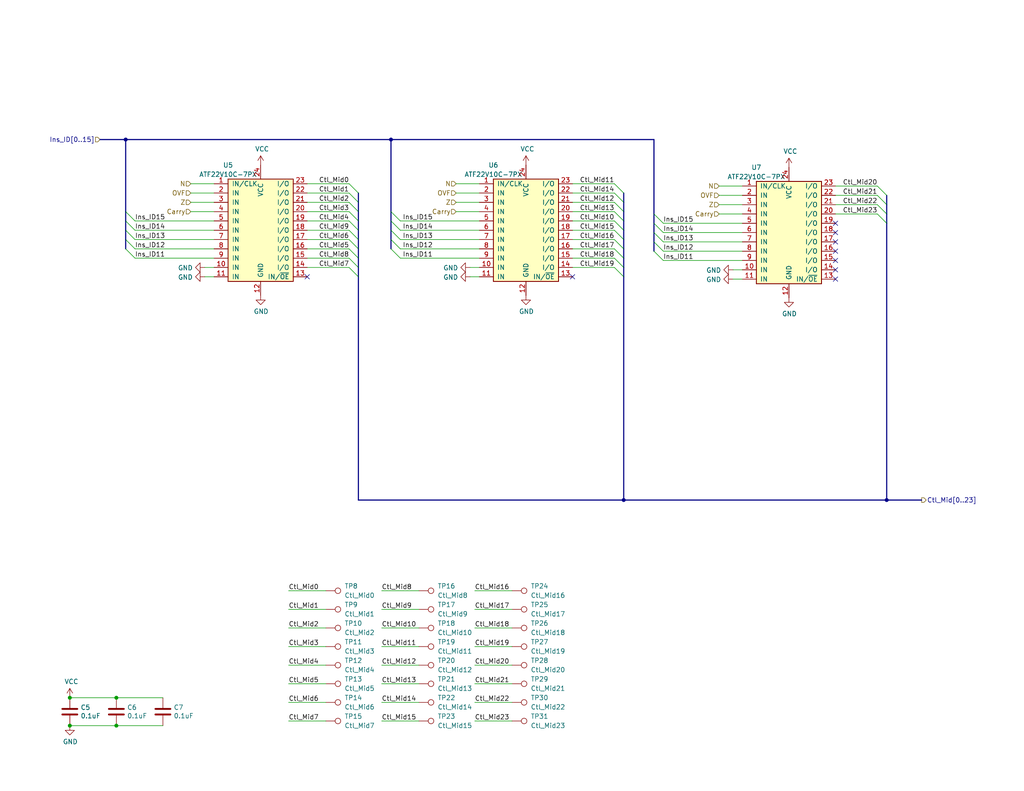
<source format=kicad_sch>
(kicad_sch (version 20250114) (generator "eeschema") (generator_version "9.0")
  (paper "USLetter")
  (title_block (title "Instruction Decoder") (date "2023-11-14") (rev "E") (comment 4 "Decodes an instruction opcode into an array of control signals."))
  (lib_symbols
    (symbol "Connector:TestPoint" (pin_numbers (hide yes)) (pin_names (offset 0.762) (hide yes))
      (property "Reference" "TP" (at 0 6.858 0))
      (property "Value" "TestPoint" (at 0 5.08 0))
      (symbol "TestPoint_0_1"
        (circle (center 0 3.302) (radius 0.762))
      )
      (symbol "TestPoint_1_1"
        (pin passive line (at 0 0 90) (length 2.54) (name "1") (number "1"))
      )
    )
    (symbol "ControlModule-rescue:ATF22V10C-Logic_Programmable" (pin_names (offset 1.016))
      (property "Reference" "U" (at -7.62 17.78 0))
      (property "Value" "ATF22V10C-Logic_Programmable" (at -7.62 15.24 0))
      (symbol "ATF22V10C-Logic_Programmable_1_1"
        (rectangle (start -8.89 -15.24) (end 8.89 12.7) (stroke (width 0.254)) (fill (type background)))
        (pin input line (at -12.7 11.43 0) (length 3.81) (name "IN/CLK") (number "1"))
        (pin input line (at -12.7 8.89 0) (length 3.81) (name "IN") (number "2"))
        (pin input line (at -12.7 6.35 0) (length 3.81) (name "IN") (number "3"))
        (pin input line (at -12.7 3.81 0) (length 3.81) (name "IN") (number "4"))
        (pin input line (at -12.7 1.27 0) (length 3.81) (name "IN") (number "5"))
        (pin input line (at -12.7 -1.27 0) (length 3.81) (name "IN") (number "6"))
        (pin input line (at -12.7 -3.81 0) (length 3.81) (name "IN") (number "7"))
        (pin input line (at -12.7 -6.35 0) (length 3.81) (name "IN") (number "8"))
        (pin input line (at -12.7 -8.89 0) (length 3.81) (name "IN") (number "9"))
        (pin input line (at -12.7 -11.43 0) (length 3.81) (name "IN") (number "10"))
        (pin input line (at -12.7 -13.97 0) (length 3.81) (name "IN") (number "11"))
        (pin power_in line (at 0 16.51 270) (length 3.81) (name "VCC") (number "24"))
        (pin power_in line (at 0 -19.05 90) (length 3.81) (name "GND") (number "12"))
        (pin passive line (at 12.7 11.43 180) (length 3.81) (name "I/O") (number "23"))
        (pin passive line (at 12.7 8.89 180) (length 3.81) (name "I/O") (number "22"))
        (pin passive line (at 12.7 6.35 180) (length 3.81) (name "I/O") (number "21"))
        (pin passive line (at 12.7 3.81 180) (length 3.81) (name "I/O") (number "20"))
        (pin passive line (at 12.7 1.27 180) (length 3.81) (name "I/O") (number "19"))
        (pin passive line (at 12.7 -1.27 180) (length 3.81) (name "I/O") (number "18"))
        (pin passive line (at 12.7 -3.81 180) (length 3.81) (name "I/O") (number "17"))
        (pin passive line (at 12.7 -6.35 180) (length 3.81) (name "I/O") (number "16"))
        (pin passive line (at 12.7 -8.89 180) (length 3.81) (name "I/O") (number "15"))
        (pin passive line (at 12.7 -11.43 180) (length 3.81) (name "I/O") (number "14"))
        (pin input line (at 12.7 -13.97 180) (length 3.81) (name "IN/~{OE}") (number "13"))
      )
    )
    (symbol "Device:C" (pin_numbers (hide yes)) (pin_names (offset 0.254))
      (property "Reference" "C" (at 0.635 2.54 0))
      (property "Value" "C" (at 0.635 -2.54 0))
      (symbol "C_0_1"
        (polyline (pts (xy -2.032 0.762) (xy 2.032 0.762)) (stroke (width 0.508)))
        (polyline (pts (xy -2.032 -0.762) (xy 2.032 -0.762)) (stroke (width 0.508)))
      )
      (symbol "C_1_1"
        (pin passive line (at 0 3.81 270) (length 2.794) (name "~") (number "1"))
        (pin passive line (at 0 -3.81 90) (length 2.794) (name "~") (number "2"))
      )
    )
    (symbol "power:GND" (power) (pin_names (offset 0))
      (property "Value" "GND" (at 0 -3.81 0))
      (symbol "GND_0_1"
        (polyline (pts (xy 0 0) (xy 0 -1.27) (xy 1.27 -1.27) (xy 0 -2.54) (xy -1.27 -1.27) (xy 0 -1.27)))
      )
      (symbol "GND_1_1"
        (pin power_in line (at 0 0 270) (length 0) (hide yes) (name "GND") (number "1"))
      )
    )
    (symbol "power:VCC" (power) (pin_names (offset 0))
      (property "Value" "VCC" (at 0 3.81 0))
      (symbol "VCC_0_1"
        (polyline (pts (xy -0.762 1.27) (xy 0 2.54)))
        (polyline (pts (xy 0 2.54) (xy 0.762 1.27)))
        (polyline (pts (xy 0 0) (xy 0 2.54)))
      )
      (symbol "VCC_1_1"
        (pin power_in line (at 0 0 90) (length 0) (hide yes) (name "VCC") (number "1"))
      )
    )
  )
  (junction (at 19.05 198.12))
  (junction (at 31.75 190.5))
  (junction (at 241.935 136.525))
  (junction (at 34.29 38.1))
  (junction (at 31.75 198.12))
  (junction (at 170.18 136.525))
  (junction (at 106.68 38.1))
  (junction (at 19.05 190.5))
  (no_connect (at 227.965 60.96))
  (no_connect (at 83.82 75.565))
  (no_connect (at 156.21 75.565))
  (no_connect (at 227.965 76.2))
  (no_connect (at 227.965 63.5))
  (no_connect (at 227.965 66.04))
  (no_connect (at 227.965 68.58))
  (no_connect (at 227.965 71.12))
  (no_connect (at 227.965 73.66))
  (bus_entry (at 180.975 60.96) (size -2.54 -2.54))
  (bus_entry (at 109.22 67.945) (size -2.54 -2.54))
  (bus_entry (at 97.79 67.945) (size -2.54 -2.54))
  (bus_entry (at 95.25 70.485) (size 2.54 2.54))
  (bus_entry (at 97.79 62.865) (size -2.54 -2.54))
  (bus_entry (at 109.22 70.485) (size -2.54 -2.54))
  (bus_entry (at 180.975 63.5) (size -2.54 -2.54))
  (bus_entry (at 95.25 67.945) (size 2.54 2.54))
  (bus_entry (at 180.975 66.04) (size -2.54 -2.54))
  (bus_entry (at 241.935 58.42) (size -2.54 -2.54))
  (bus_entry (at 97.79 65.405) (size -2.54 -2.54))
  (bus_entry (at 241.935 53.34) (size -2.54 -2.54))
  (bus_entry (at 241.935 60.96) (size -2.54 -2.54))
  (bus_entry (at 241.935 55.88) (size -2.54 -2.54))
  (bus_entry (at 97.79 60.325) (size -2.54 -2.54))
  (bus_entry (at 180.975 68.58) (size -2.54 -2.54))
  (bus_entry (at 95.25 73.025) (size 2.54 2.54))
  (bus_entry (at 36.83 65.405) (size -2.54 -2.54))
  (bus_entry (at 97.79 52.705) (size -2.54 -2.54))
  (bus_entry (at 36.83 62.865) (size -2.54 -2.54))
  (bus_entry (at 167.64 67.945) (size 2.54 2.54))
  (bus_entry (at 109.22 65.405) (size -2.54 -2.54))
  (bus_entry (at 36.83 60.325) (size -2.54 -2.54))
  (bus_entry (at 170.18 60.325) (size -2.54 -2.54))
  (bus_entry (at 167.64 70.485) (size 2.54 2.54))
  (bus_entry (at 180.975 71.12) (size -2.54 -2.54))
  (bus_entry (at 97.79 55.245) (size -2.54 -2.54))
  (bus_entry (at 109.22 62.865) (size -2.54 -2.54))
  (bus_entry (at 170.18 62.865) (size -2.54 -2.54))
  (bus_entry (at 170.18 67.945) (size -2.54 -2.54))
  (bus_entry (at 36.83 67.945) (size -2.54 -2.54))
  (bus_entry (at 170.18 57.785) (size -2.54 -2.54))
  (bus_entry (at 109.22 60.325) (size -2.54 -2.54))
  (bus_entry (at 167.64 73.025) (size 2.54 2.54))
  (bus_entry (at 170.18 65.405) (size -2.54 -2.54))
  (bus_entry (at 170.18 52.705) (size -2.54 -2.54))
  (bus_entry (at 36.83 70.485) (size -2.54 -2.54))
  (bus_entry (at 97.79 57.785) (size -2.54 -2.54))
  (bus_entry (at 170.18 55.245) (size -2.54 -2.54))
  (wire (pts (xy 83.82 57.785) (xy 95.25 57.785)))
  (wire (pts (xy 124.46 50.165) (xy 130.81 50.165)))
  (wire (pts (xy 78.74 176.53) (xy 88.9 176.53)))
  (bus (pts (xy 170.18 55.245) (xy 170.18 57.785)))
  (wire (pts (xy 104.14 161.29) (xy 114.3 161.29)))
  (wire (pts (xy 44.45 198.12) (xy 31.75 198.12)))
  (bus (pts (xy 34.29 38.1) (xy 34.29 57.785)))
  (wire (pts (xy 156.21 65.405) (xy 167.64 65.405)))
  (bus (pts (xy 106.68 60.325) (xy 106.68 62.865)))
  (wire (pts (xy 129.54 171.45) (xy 139.7 171.45)))
  (bus (pts (xy 241.935 53.34) (xy 241.935 55.88)))
  (wire (pts (xy 202.565 60.96) (xy 180.975 60.96)))
  (wire (pts (xy 156.21 62.865) (xy 167.64 62.865)))
  (wire (pts (xy 58.42 60.325) (xy 36.83 60.325)))
  (bus (pts (xy 106.68 38.1) (xy 106.68 57.785)))
  (bus (pts (xy 170.18 136.525) (xy 241.935 136.525)))
  (bus (pts (xy 97.79 60.325) (xy 97.79 62.865)))
  (bus (pts (xy 34.29 57.785) (xy 34.29 60.325)))
  (wire (pts (xy 31.75 190.5) (xy 44.45 190.5)))
  (bus (pts (xy 170.18 57.785) (xy 170.18 60.325)))
  (wire (pts (xy 36.83 67.945) (xy 58.42 67.945)))
  (bus (pts (xy 241.935 60.96) (xy 241.935 136.525)))
  (wire (pts (xy 156.21 55.245) (xy 167.64 55.245)))
  (wire (pts (xy 83.82 50.165) (xy 95.25 50.165)))
  (wire (pts (xy 109.22 67.945) (xy 130.81 67.945)))
  (wire (pts (xy 52.07 50.165) (xy 58.42 50.165)))
  (wire (pts (xy 124.46 55.245) (xy 130.81 55.245)))
  (wire (pts (xy 180.975 68.58) (xy 202.565 68.58)))
  (wire (pts (xy 78.74 171.45) (xy 88.9 171.45)))
  (wire (pts (xy 52.07 55.245) (xy 58.42 55.245)))
  (wire (pts (xy 78.74 196.85) (xy 88.9 196.85)))
  (bus (pts (xy 97.79 70.485) (xy 97.79 67.945)))
  (wire (pts (xy 196.215 55.88) (xy 202.565 55.88)))
  (bus (pts (xy 178.435 38.1) (xy 178.435 58.42)))
  (bus (pts (xy 178.435 60.96) (xy 178.435 63.5)))
  (bus (pts (xy 97.79 73.025) (xy 97.79 75.565)))
  (wire (pts (xy 129.54 161.29) (xy 139.7 161.29)))
  (wire (pts (xy 227.965 53.34) (xy 239.395 53.34)))
  (wire (pts (xy 83.82 73.025) (xy 95.25 73.025)))
  (wire (pts (xy 83.82 62.865) (xy 95.25 62.865)))
  (wire (pts (xy 196.215 50.8) (xy 202.565 50.8)))
  (wire (pts (xy 156.21 73.025) (xy 167.64 73.025)))
  (wire (pts (xy 104.14 181.61) (xy 114.3 181.61)))
  (wire (pts (xy 200.025 73.66) (xy 202.565 73.66)))
  (wire (pts (xy 180.975 71.12) (xy 202.565 71.12)))
  (bus (pts (xy 34.29 60.325) (xy 34.29 62.865)))
  (wire (pts (xy 78.74 191.77) (xy 88.9 191.77)))
  (wire (pts (xy 124.46 52.705) (xy 130.81 52.705)))
  (bus (pts (xy 170.18 70.485) (xy 170.18 73.025)))
  (bus (pts (xy 170.18 62.865) (xy 170.18 65.405)))
  (wire (pts (xy 104.14 191.77) (xy 114.3 191.77)))
  (wire (pts (xy 200.025 76.2) (xy 202.565 76.2)))
  (wire (pts (xy 129.54 181.61) (xy 139.7 181.61)))
  (wire (pts (xy 202.565 63.5) (xy 180.975 63.5)))
  (wire (pts (xy 83.82 65.405) (xy 95.25 65.405)))
  (wire (pts (xy 83.82 67.945) (xy 95.25 67.945)))
  (wire (pts (xy 180.975 66.04) (xy 202.565 66.04)))
  (wire (pts (xy 156.21 67.945) (xy 167.64 67.945)))
  (wire (pts (xy 124.46 57.785) (xy 130.81 57.785)))
  (wire (pts (xy 104.14 186.69) (xy 114.3 186.69)))
  (wire (pts (xy 109.22 70.485) (xy 130.81 70.485)))
  (bus (pts (xy 34.29 62.865) (xy 34.29 65.405)))
  (bus (pts (xy 170.18 70.485) (xy 170.18 67.945)))
  (wire (pts (xy 52.07 57.785) (xy 58.42 57.785)))
  (wire (pts (xy 196.215 53.34) (xy 202.565 53.34)))
  (bus (pts (xy 106.68 62.865) (xy 106.68 65.405)))
  (wire (pts (xy 156.21 52.705) (xy 167.64 52.705)))
  (wire (pts (xy 129.54 196.85) (xy 139.7 196.85)))
  (wire (pts (xy 31.75 198.12) (xy 19.05 198.12)))
  (bus (pts (xy 178.435 66.04) (xy 178.435 68.58)))
  (wire (pts (xy 227.965 58.42) (xy 239.395 58.42)))
  (bus (pts (xy 97.79 52.705) (xy 97.79 55.245)))
  (bus (pts (xy 106.68 65.405) (xy 106.68 67.945)))
  (bus (pts (xy 170.18 73.025) (xy 170.18 75.565)))
  (wire (pts (xy 78.74 161.29) (xy 88.9 161.29)))
  (wire (pts (xy 109.22 65.405) (xy 130.81 65.405)))
  (wire (pts (xy 36.83 70.485) (xy 58.42 70.485)))
  (wire (pts (xy 83.82 60.325) (xy 95.25 60.325)))
  (bus (pts (xy 27.305 38.1) (xy 34.29 38.1)))
  (bus (pts (xy 97.79 57.785) (xy 97.79 60.325)))
  (wire (pts (xy 104.14 176.53) (xy 114.3 176.53)))
  (wire (pts (xy 129.54 176.53) (xy 139.7 176.53)))
  (wire (pts (xy 129.54 191.77) (xy 139.7 191.77)))
  (bus (pts (xy 170.18 75.565) (xy 170.18 136.525)))
  (bus (pts (xy 97.79 75.565) (xy 97.79 136.525)))
  (bus (pts (xy 241.935 58.42) (xy 241.935 60.96)))
  (bus (pts (xy 34.29 65.405) (xy 34.29 67.945)))
  (wire (pts (xy 55.88 73.025) (xy 58.42 73.025)))
  (wire (pts (xy 196.215 58.42) (xy 202.565 58.42)))
  (bus (pts (xy 97.79 70.485) (xy 97.79 73.025)))
  (wire (pts (xy 78.74 186.69) (xy 88.9 186.69)))
  (wire (pts (xy 156.21 60.325) (xy 167.64 60.325)))
  (bus (pts (xy 241.935 55.88) (xy 241.935 58.42)))
  (wire (pts (xy 78.74 181.61) (xy 88.9 181.61)))
  (bus (pts (xy 170.18 52.705) (xy 170.18 55.245)))
  (wire (pts (xy 128.27 73.025) (xy 130.81 73.025)))
  (wire (pts (xy 83.82 52.705) (xy 95.25 52.705)))
  (bus (pts (xy 97.79 65.405) (xy 97.79 67.945)))
  (bus (pts (xy 106.68 57.785) (xy 106.68 60.325)))
  (wire (pts (xy 104.14 166.37) (xy 114.3 166.37)))
  (wire (pts (xy 19.05 190.5) (xy 31.75 190.5)))
  (wire (pts (xy 156.21 57.785) (xy 167.64 57.785)))
  (bus (pts (xy 178.435 63.5) (xy 178.435 66.04)))
  (bus (pts (xy 170.18 136.525) (xy 97.79 136.525)))
  (bus (pts (xy 34.29 38.1) (xy 106.68 38.1)))
  (wire (pts (xy 129.54 166.37) (xy 139.7 166.37)))
  (wire (pts (xy 36.83 65.405) (xy 58.42 65.405)))
  (bus (pts (xy 170.18 65.405) (xy 170.18 67.945)))
  (bus (pts (xy 106.68 38.1) (xy 178.435 38.1)))
  (bus (pts (xy 170.18 60.325) (xy 170.18 62.865)))
  (wire (pts (xy 55.88 75.565) (xy 58.42 75.565)))
  (wire (pts (xy 83.82 70.485) (xy 95.25 70.485)))
  (wire (pts (xy 104.14 171.45) (xy 114.3 171.45)))
  (bus (pts (xy 97.79 62.865) (xy 97.79 65.405)))
  (bus (pts (xy 97.79 55.245) (xy 97.79 57.785)))
  (wire (pts (xy 104.14 196.85) (xy 114.3 196.85)))
  (wire (pts (xy 78.74 166.37) (xy 88.9 166.37)))
  (wire (pts (xy 227.965 50.8) (xy 239.395 50.8)))
  (wire (pts (xy 128.27 75.565) (xy 130.81 75.565)))
  (wire (pts (xy 130.81 60.325) (xy 109.22 60.325)))
  (wire (pts (xy 156.21 70.485) (xy 167.64 70.485)))
  (wire (pts (xy 83.82 55.245) (xy 95.25 55.245)))
  (wire (pts (xy 129.54 186.69) (xy 139.7 186.69)))
  (bus (pts (xy 241.935 136.525) (xy 251.46 136.525)))
  (wire (pts (xy 58.42 62.865) (xy 36.83 62.865)))
  (wire (pts (xy 227.965 55.88) (xy 239.395 55.88)))
  (bus (pts (xy 178.435 58.42) (xy 178.435 60.96)))
  (wire (pts (xy 52.07 52.705) (xy 58.42 52.705)))
  (wire (pts (xy 156.21 50.165) (xy 167.64 50.165)))
  (wire (pts (xy 130.81 62.865) (xy 109.22 62.865)))
  (label "Ctl_Mid13" (at 104.14 186.69 0))
  (label "Ctl_Mid9" (at 104.14 166.37 0))
  (label "Ctl_Mid0" (at 95.25 50.165 180))
  (label "Ctl_Mid14" (at 167.64 52.705 180))
  (label "Ctl_Mid4" (at 95.25 60.325 180))
  (label "Ctl_Mid17" (at 129.54 166.37 0))
  (label "Ins_ID12" (at 180.975 68.58 0))
  (label "Ctl_Mid22" (at 129.54 191.77 0))
  (label "Ins_ID13" (at 36.83 65.405 0))
  (label "Ins_ID15" (at 36.83 60.325 0))
  (label "Ins_ID13" (at 109.855 65.405 0))
  (label "Ctl_Mid2" (at 78.74 171.45 0))
  (label "Ctl_Mid23" (at 129.54 196.85 0))
  (label "Ctl_Mid10" (at 167.64 60.325 180))
  (label "Ctl_Mid19" (at 129.54 176.53 0))
  (label "Ctl_Mid18" (at 167.64 70.485 180))
  (label "Ctl_Mid2" (at 95.25 55.245 180))
  (label "Ctl_Mid11" (at 104.14 176.53 0))
  (label "Ctl_Mid4" (at 78.74 181.61 0))
  (label "Ctl_Mid14" (at 104.14 191.77 0))
  (label "Ctl_Mid13" (at 167.64 57.785 180))
  (label "Ins_ID11" (at 180.975 71.12 0))
  (label "Ctl_Mid22" (at 239.395 55.88 180))
  (label "Ins_ID14" (at 36.83 62.865 0))
  (label "Ins_ID13" (at 180.975 66.04 0))
  (label "Ctl_Mid10" (at 104.14 171.45 0))
  (label "Ins_ID15" (at 109.855 60.325 0))
  (label "Ctl_Mid9" (at 95.25 62.865 180))
  (label "Ctl_Mid3" (at 95.25 57.785 180))
  (label "Ctl_Mid23" (at 239.395 58.42 180))
  (label "Ins_ID11" (at 36.83 70.485 0))
  (label "Ins_ID12" (at 109.855 67.945 0))
  (label "Ctl_Mid20" (at 129.54 181.61 0))
  (label "Ctl_Mid3" (at 78.74 176.53 0))
  (label "Ctl_Mid5" (at 95.25 67.945 180))
  (label "Ctl_Mid12" (at 167.64 55.245 180))
  (label "Ctl_Mid16" (at 129.54 161.29 0))
  (label "Ctl_Mid7" (at 78.74 196.85 0))
  (label "Ctl_Mid17" (at 167.64 67.945 180))
  (label "Ctl_Mid20" (at 239.395 50.8 180))
  (label "Ins_ID12" (at 36.83 67.945 0))
  (label "Ins_ID14" (at 180.975 63.5 0))
  (label "Ctl_Mid8" (at 104.14 161.29 0))
  (label "Ctl_Mid15" (at 104.14 196.85 0))
  (label "Ctl_Mid18" (at 129.54 171.45 0))
  (label "Ctl_Mid0" (at 78.74 161.29 0))
  (label "Ctl_Mid7" (at 95.25 73.025 180))
  (label "Ctl_Mid12" (at 104.14 181.61 0))
  (label "Ctl_Mid8" (at 95.25 70.485 180))
  (label "Ctl_Mid1" (at 95.25 52.705 180))
  (label "Ctl_Mid16" (at 167.64 65.405 180))
  (label "Ins_ID14" (at 109.855 62.865 0))
  (label "Ctl_Mid11" (at 167.64 50.165 180))
  (label "Ctl_Mid1" (at 78.74 166.37 0))
  (label "Ctl_Mid6" (at 78.74 191.77 0))
  (label "Ins_ID11" (at 109.855 70.485 0))
  (label "Ctl_Mid15" (at 167.64 62.865 180))
  (label "Ins_ID15" (at 180.975 60.96 0))
  (label "Ctl_Mid21" (at 129.54 186.69 0))
  (label "Ctl_Mid6" (at 95.25 65.405 180))
  (label "Ctl_Mid21" (at 239.395 53.34 180))
  (label "Ctl_Mid5" (at 78.74 186.69 0))
  (label "Ctl_Mid19" (at 167.64 73.025 180))
  (hierarchical_label "Z" (shape input) (at 124.46 55.245 180))
  (hierarchical_label "OVF" (shape input) (at 124.46 52.705 180))
  (hierarchical_label "N" (shape input) (at 196.215 50.8 180))
  (hierarchical_label "Ins_ID[0..15]" (shape input) (at 27.305 38.1 180))
  (hierarchical_label "Ctl_Mid[0..23]" (shape output) (at 251.46 136.525 0))
  (hierarchical_label "Carry" (shape input) (at 124.46 57.785 180))
  (hierarchical_label "N" (shape input) (at 52.07 50.165 180))
  (hierarchical_label "N" (shape input) (at 124.46 50.165 180))
  (hierarchical_label "Carry" (shape input) (at 196.215 58.42 180))
  (hierarchical_label "Carry" (shape input) (at 52.07 57.785 180))
  (hierarchical_label "OVF" (shape input) (at 52.07 52.705 180))
  (hierarchical_label "Z" (shape input) (at 52.07 55.245 180))
  (hierarchical_label "OVF" (shape input) (at 196.215 53.34 180))
  (hierarchical_label "Z" (shape input) (at 196.215 55.88 180))
  (symbol (lib_id "power:GND") (at 55.88 75.565 270) (unit 1)
    (property "Reference" "#PWR023" (effects (hide yes)))
    (property "Value" "GND" (at 52.6288 75.692 90) (effects (justify right)))
  )
  (symbol (lib_id "power:GND") (at 55.88 73.025 270) (unit 1)
    (property "Reference" "#PWR022" (effects (hide yes)))
    (property "Value" "GND" (at 52.6288 73.152 90) (effects (justify right)))
  )
  (symbol (lib_id "Device:C") (at 19.05 194.31 0) (unit 1)
    (property "Reference" "C5" (at 21.971 193.1416 0) (effects (justify left)))
    (property "Value" "0.1uF" (at 21.971 195.453 0) (effects (justify left)))
    (property "Footprint" "Capacitor_SMD:C_0603_1608Metric_Pad1.08x0.95mm_HandSolder" (effects (hide yes)))
    (property "Mouser" "https://www.mouser.com/ProductDetail/963-EMK107B7104KAHT" (effects (hide yes)))
  )
  (symbol (lib_id "Device:C") (at 31.75 194.31 0) (unit 1)
    (property "Reference" "C6" (at 34.671 193.1416 0) (effects (justify left)))
    (property "Value" "0.1uF" (at 34.671 195.453 0) (effects (justify left)))
    (property "Footprint" "Capacitor_SMD:C_0603_1608Metric_Pad1.08x0.95mm_HandSolder" (effects (hide yes)))
    (property "Mouser" "https://www.mouser.com/ProductDetail/963-EMK107B7104KAHT" (effects (hide yes)))
  )
  (symbol (lib_id "power:GND") (at 19.05 198.12 0) (unit 1)
    (property "Reference" "#PWR021" (effects (hide yes)))
    (property "Value" "GND" (at 19.177 202.5142 0))
  )
  (symbol (lib_id "power:VCC") (at 19.05 190.5 0) (unit 1)
    (property "Reference" "#PWR020" (effects (hide yes)))
    (property "Value" "VCC" (at 19.4818 186.1058 0))
  )
  (symbol (lib_id "power:VCC") (at 71.12 45.085 0) (unit 1)
    (property "Reference" "#PWR024" (effects (hide yes)))
    (property "Value" "VCC" (at 71.501 40.6908 0))
  )
  (symbol (lib_id "power:GND") (at 71.12 80.645 0) (unit 1)
    (property "Reference" "#PWR025" (effects (hide yes)))
    (property "Value" "GND" (at 71.247 85.0392 0))
  )
  (symbol (lib_id "Device:C") (at 44.45 194.31 0) (unit 1)
    (property "Reference" "C7" (at 47.371 193.1416 0) (effects (justify left)))
    (property "Value" "0.1uF" (at 47.371 195.453 0) (effects (justify left)))
    (property "Footprint" "Capacitor_SMD:C_0603_1608Metric_Pad1.08x0.95mm_HandSolder" (effects (hide yes)))
    (property "Mouser" "https://www.mouser.com/ProductDetail/963-EMK107B7104KAHT" (effects (hide yes)))
  )
  (symbol (lib_id "power:VCC") (at 143.51 45.085 0) (unit 1)
    (property "Reference" "#PWR028" (effects (hide yes)))
    (property "Value" "VCC" (at 143.891 40.6908 0))
  )
  (symbol (lib_id "power:GND") (at 143.51 80.645 0) (unit 1)
    (property "Reference" "#PWR029" (effects (hide yes)))
    (property "Value" "GND" (at 143.637 85.0392 0))
  )
  (symbol (lib_id "power:VCC") (at 215.265 45.72 0) (unit 1)
    (property "Reference" "#PWR032" (effects (hide yes)))
    (property "Value" "VCC" (at 215.646 41.3258 0))
  )
  (symbol (lib_id "power:GND") (at 215.265 81.28 0) (unit 1)
    (property "Reference" "#PWR033" (effects (hide yes)))
    (property "Value" "GND" (at 215.392 85.6742 0))
  )
  (symbol (lib_id "Connector:TestPoint") (at 88.9 171.45 270) (unit 1)
    (property "Reference" "TP10" (at 93.98 170.1799 90) (effects (justify left)))
    (property "Value" "Ctl_Mid2" (at 93.98 172.7199 90) (effects (justify left)))
    (property "Footprint" "TestPoint:TestPoint_Pad_D1.0mm" (effects (hide yes)))
  )
  (symbol (lib_id "ControlModule-rescue:ATF22V10C-Logic_Programmable") (at 215.265 62.23 0) (unit 1)
    (property "Reference" "U7" (at 206.375 45.72 0))
    (property "Value" "ATF22V10C-7PX" (at 206.375 48.26 0))
    (property "Footprint" "Package_DIP:DIP-24_W7.62mm_Socket" (effects (hide yes)))
    (property "Datasheet" "https://www.mouser.com/datasheet/2/268/doc0735-1369018.pdf" (effects (hide yes)))
    (property "Mouser" "https://www.mouser.com/ProductDetail/Microchip-Technology-Atmel/ATF22V10C-7PX?qs=%2Fha2pyFadugqFuTUlWvkuaZr7DXQ8Rnu3dOZcKuoHGuPC51te6MYUw%3D%3D" (effects (hide yes)))
  )
  (symbol (lib_id "Connector:TestPoint") (at 139.7 181.61 270) (unit 1)
    (property "Reference" "TP28" (at 144.78 180.3399 90) (effects (justify left)))
    (property "Value" "Ctl_Mid20" (at 144.78 182.8799 90) (effects (justify left)))
    (property "Footprint" "TestPoint:TestPoint_Pad_D1.0mm" (effects (hide yes)))
  )
  (symbol (lib_id "Connector:TestPoint") (at 88.9 161.29 270) (unit 1)
    (property "Reference" "TP8" (at 93.98 160.0199 90) (effects (justify left)))
    (property "Value" "Ctl_Mid0" (at 93.98 162.5599 90) (effects (justify left)))
    (property "Footprint" "TestPoint:TestPoint_Pad_D1.0mm" (effects (hide yes)))
  )
  (symbol (lib_id "power:GND") (at 200.025 73.66 270) (unit 1)
    (property "Reference" "#PWR030" (effects (hide yes)))
    (property "Value" "GND" (at 196.7738 73.787 90) (effects (justify right)))
  )
  (symbol (lib_id "Connector:TestPoint") (at 88.9 181.61 270) (unit 1)
    (property "Reference" "TP12" (at 93.98 180.3399 90) (effects (justify left)))
    (property "Value" "Ctl_Mid4" (at 93.98 182.8799 90) (effects (justify left)))
    (property "Footprint" "TestPoint:TestPoint_Pad_D1.0mm" (effects (hide yes)))
  )
  (symbol (lib_id "Connector:TestPoint") (at 139.7 186.69 270) (unit 1)
    (property "Reference" "TP29" (at 144.78 185.4199 90) (effects (justify left)))
    (property "Value" "Ctl_Mid21" (at 144.78 187.9599 90) (effects (justify left)))
    (property "Footprint" "TestPoint:TestPoint_Pad_D1.0mm" (effects (hide yes)))
  )
  (symbol (lib_id "Connector:TestPoint") (at 139.7 161.29 270) (unit 1)
    (property "Reference" "TP24" (at 144.78 160.0199 90) (effects (justify left)))
    (property "Value" "Ctl_Mid16" (at 144.78 162.5599 90) (effects (justify left)))
    (property "Footprint" "TestPoint:TestPoint_Pad_D1.0mm" (effects (hide yes)))
  )
  (symbol (lib_id "Connector:TestPoint") (at 114.3 161.29 270) (unit 1)
    (property "Reference" "TP16" (at 119.38 160.0199 90) (effects (justify left)))
    (property "Value" "Ctl_Mid8" (at 119.38 162.5599 90) (effects (justify left)))
    (property "Footprint" "TestPoint:TestPoint_Pad_D1.0mm" (effects (hide yes)))
  )
  (symbol (lib_id "ControlModule-rescue:ATF22V10C-Logic_Programmable") (at 71.12 61.595 0) (unit 1)
    (property "Reference" "U5" (at 62.23 45.085 0))
    (property "Value" "ATF22V10C-7PX" (at 62.23 47.625 0))
    (property "Footprint" "Package_DIP:DIP-24_W7.62mm_Socket" (effects (hide yes)))
    (property "Datasheet" "https://www.mouser.com/datasheet/2/268/doc0735-1369018.pdf" (effects (hide yes)))
    (property "Mouser" "https://www.mouser.com/ProductDetail/Microchip-Technology-Atmel/ATF22V10C-7PX?qs=%2Fha2pyFadugqFuTUlWvkuaZr7DXQ8Rnu3dOZcKuoHGuPC51te6MYUw%3D%3D" (effects (hide yes)))
  )
  (symbol (lib_id "Connector:TestPoint") (at 139.7 191.77 270) (unit 1)
    (property "Reference" "TP30" (at 144.78 190.4999 90) (effects (justify left)))
    (property "Value" "Ctl_Mid22" (at 144.78 193.0399 90) (effects (justify left)))
    (property "Footprint" "TestPoint:TestPoint_Pad_D1.0mm" (effects (hide yes)))
  )
  (symbol (lib_id "Connector:TestPoint") (at 114.3 171.45 270) (unit 1)
    (property "Reference" "TP18" (at 119.38 170.1799 90) (effects (justify left)))
    (property "Value" "Ctl_Mid10" (at 119.38 172.7199 90) (effects (justify left)))
    (property "Footprint" "TestPoint:TestPoint_Pad_D1.0mm" (effects (hide yes)))
  )
  (symbol (lib_id "power:GND") (at 200.025 76.2 270) (unit 1)
    (property "Reference" "#PWR031" (effects (hide yes)))
    (property "Value" "GND" (at 196.7738 76.327 90) (effects (justify right)))
  )
  (symbol (lib_id "Connector:TestPoint") (at 114.3 166.37 270) (unit 1)
    (property "Reference" "TP17" (at 119.38 165.0999 90) (effects (justify left)))
    (property "Value" "Ctl_Mid9" (at 119.38 167.6399 90) (effects (justify left)))
    (property "Footprint" "TestPoint:TestPoint_Pad_D1.0mm" (effects (hide yes)))
  )
  (symbol (lib_id "Connector:TestPoint") (at 88.9 191.77 270) (unit 1)
    (property "Reference" "TP14" (at 93.98 190.4999 90) (effects (justify left)))
    (property "Value" "Ctl_Mid6" (at 93.98 193.0399 90) (effects (justify left)))
    (property "Footprint" "TestPoint:TestPoint_Pad_D1.0mm" (effects (hide yes)))
  )
  (symbol (lib_id "power:GND") (at 128.27 73.025 270) (unit 1)
    (property "Reference" "#PWR026" (effects (hide yes)))
    (property "Value" "GND" (at 125.0188 73.152 90) (effects (justify right)))
  )
  (symbol (lib_id "Connector:TestPoint") (at 139.7 166.37 270) (unit 1)
    (property "Reference" "TP25" (at 144.78 165.0999 90) (effects (justify left)))
    (property "Value" "Ctl_Mid17" (at 144.78 167.6399 90) (effects (justify left)))
    (property "Footprint" "TestPoint:TestPoint_Pad_D1.0mm" (effects (hide yes)))
  )
  (symbol (lib_id "Connector:TestPoint") (at 88.9 176.53 270) (unit 1)
    (property "Reference" "TP11" (at 93.98 175.2599 90) (effects (justify left)))
    (property "Value" "Ctl_Mid3" (at 93.98 177.7999 90) (effects (justify left)))
    (property "Footprint" "TestPoint:TestPoint_Pad_D1.0mm" (effects (hide yes)))
  )
  (symbol (lib_id "Connector:TestPoint") (at 139.7 196.85 270) (unit 1)
    (property "Reference" "TP31" (at 144.78 195.5799 90) (effects (justify left)))
    (property "Value" "Ctl_Mid23" (at 144.78 198.1199 90) (effects (justify left)))
    (property "Footprint" "TestPoint:TestPoint_Pad_D1.0mm" (effects (hide yes)))
  )
  (symbol (lib_id "Connector:TestPoint") (at 114.3 181.61 270) (unit 1)
    (property "Reference" "TP20" (at 119.38 180.3399 90) (effects (justify left)))
    (property "Value" "Ctl_Mid12" (at 119.38 182.8799 90) (effects (justify left)))
    (property "Footprint" "TestPoint:TestPoint_Pad_D1.0mm" (effects (hide yes)))
  )
  (symbol (lib_id "Connector:TestPoint") (at 114.3 196.85 270) (unit 1)
    (property "Reference" "TP23" (at 119.38 195.5799 90) (effects (justify left)))
    (property "Value" "Ctl_Mid15" (at 119.38 198.1199 90) (effects (justify left)))
    (property "Footprint" "TestPoint:TestPoint_Pad_D1.0mm" (effects (hide yes)))
  )
  (symbol (lib_id "Connector:TestPoint") (at 88.9 186.69 270) (unit 1)
    (property "Reference" "TP13" (at 93.98 185.4199 90) (effects (justify left)))
    (property "Value" "Ctl_Mid5" (at 93.98 187.9599 90) (effects (justify left)))
    (property "Footprint" "TestPoint:TestPoint_Pad_D1.0mm" (effects (hide yes)))
  )
  (symbol (lib_id "Connector:TestPoint") (at 88.9 166.37 270) (unit 1)
    (property "Reference" "TP9" (at 93.98 165.0999 90) (effects (justify left)))
    (property "Value" "Ctl_Mid1" (at 93.98 167.6399 90) (effects (justify left)))
    (property "Footprint" "TestPoint:TestPoint_Pad_D1.0mm" (effects (hide yes)))
  )
  (symbol (lib_id "Connector:TestPoint") (at 114.3 176.53 270) (unit 1)
    (property "Reference" "TP19" (at 119.38 175.2599 90) (effects (justify left)))
    (property "Value" "Ctl_Mid11" (at 119.38 177.7999 90) (effects (justify left)))
    (property "Footprint" "TestPoint:TestPoint_Pad_D1.0mm" (effects (hide yes)))
  )
  (symbol (lib_id "Connector:TestPoint") (at 139.7 171.45 270) (unit 1)
    (property "Reference" "TP26" (at 144.78 170.1799 90) (effects (justify left)))
    (property "Value" "Ctl_Mid18" (at 144.78 172.7199 90) (effects (justify left)))
    (property "Footprint" "TestPoint:TestPoint_Pad_D1.0mm" (effects (hide yes)))
  )
  (symbol (lib_id "power:GND") (at 128.27 75.565 270) (unit 1)
    (property "Reference" "#PWR027" (effects (hide yes)))
    (property "Value" "GND" (at 125.0188 75.692 90) (effects (justify right)))
  )
  (symbol (lib_id "Connector:TestPoint") (at 88.9 196.85 270) (unit 1)
    (property "Reference" "TP15" (at 93.98 195.5799 90) (effects (justify left)))
    (property "Value" "Ctl_Mid7" (at 93.98 198.1199 90) (effects (justify left)))
    (property "Footprint" "TestPoint:TestPoint_Pad_D1.0mm" (effects (hide yes)))
  )
  (symbol (lib_id "Connector:TestPoint") (at 139.7 176.53 270) (unit 1)
    (property "Reference" "TP27" (at 144.78 175.2599 90) (effects (justify left)))
    (property "Value" "Ctl_Mid19" (at 144.78 177.7999 90) (effects (justify left)))
    (property "Footprint" "TestPoint:TestPoint_Pad_D1.0mm" (effects (hide yes)))
  )
  (symbol (lib_id "Connector:TestPoint") (at 114.3 191.77 270) (unit 1)
    (property "Reference" "TP22" (at 119.38 190.4999 90) (effects (justify left)))
    (property "Value" "Ctl_Mid14" (at 119.38 193.0399 90) (effects (justify left)))
    (property "Footprint" "TestPoint:TestPoint_Pad_D1.0mm" (effects (hide yes)))
  )
  (symbol (lib_id "ControlModule-rescue:ATF22V10C-Logic_Programmable") (at 143.51 61.595 0) (unit 1)
    (property "Reference" "U6" (at 134.62 45.085 0))
    (property "Value" "ATF22V10C-7PX" (at 134.62 47.625 0))
    (property "Footprint" "Package_DIP:DIP-24_W7.62mm_Socket" (effects (hide yes)))
    (property "Datasheet" "https://www.mouser.com/datasheet/2/268/doc0735-1369018.pdf" (effects (hide yes)))
    (property "Mouser" "https://www.mouser.com/ProductDetail/Microchip-Technology-Atmel/ATF22V10C-7PX?qs=%2Fha2pyFadugqFuTUlWvkuaZr7DXQ8Rnu3dOZcKuoHGuPC51te6MYUw%3D%3D" (effects (hide yes)))
  )
  (symbol (lib_id "Connector:TestPoint") (at 114.3 186.69 270) (unit 1)
    (property "Reference" "TP21" (at 119.38 185.4199 90) (effects (justify left)))
    (property "Value" "Ctl_Mid13" (at 119.38 187.9599 90) (effects (justify left)))
    (property "Footprint" "TestPoint:TestPoint_Pad_D1.0mm" (effects (hide yes)))
  )
)
</source>
